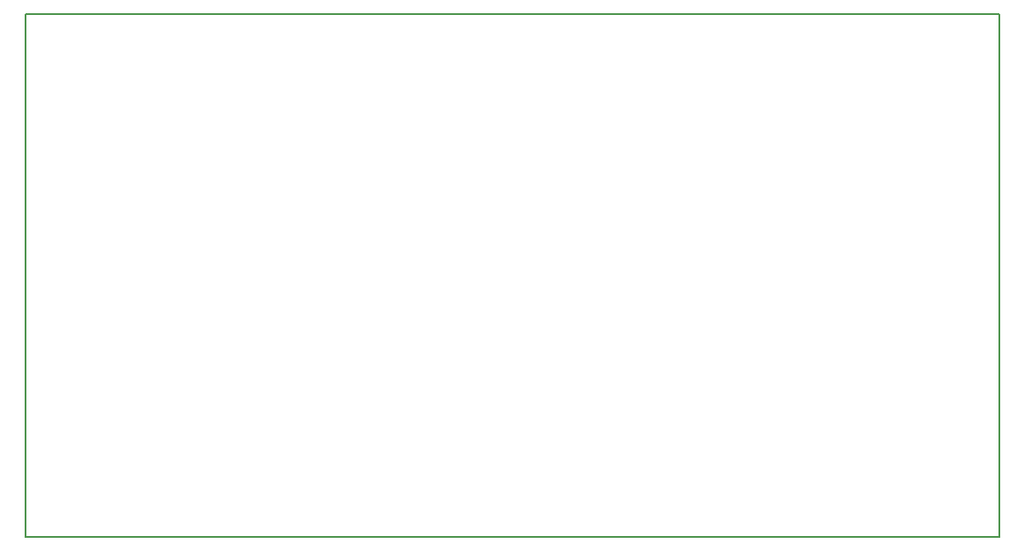
<source format=gbo>
G04 MADE WITH FRITZING*
G04 WWW.FRITZING.ORG*
G04 DOUBLE SIDED*
G04 HOLES PLATED*
G04 CONTOUR ON CENTER OF CONTOUR VECTOR*
%ASAXBY*%
%FSLAX23Y23*%
%MOIN*%
%OFA0B0*%
%SFA1.0B1.0*%
%ADD10R,3.693570X1.986920X3.677570X1.970920*%
%ADD11C,0.008000*%
%LNSILK0*%
G90*
G70*
G54D11*
X4Y1983D02*
X3690Y1983D01*
X3690Y4D01*
X4Y4D01*
X4Y1983D01*
D02*
G04 End of Silk0*
M02*
</source>
